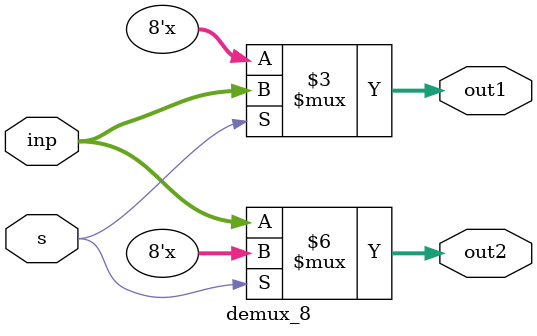
<source format=v>
module demux_8( input [7:0] inp,

              input  s,
               output reg [7:0] out1,
               output reg [7:0] out2
			  );
  
  			
  always @ (s) 
    begin  
      
      if (s) 
        out1 = inp;
      else  
        out2 = inp;
      
    end  
endmodule
	

</source>
